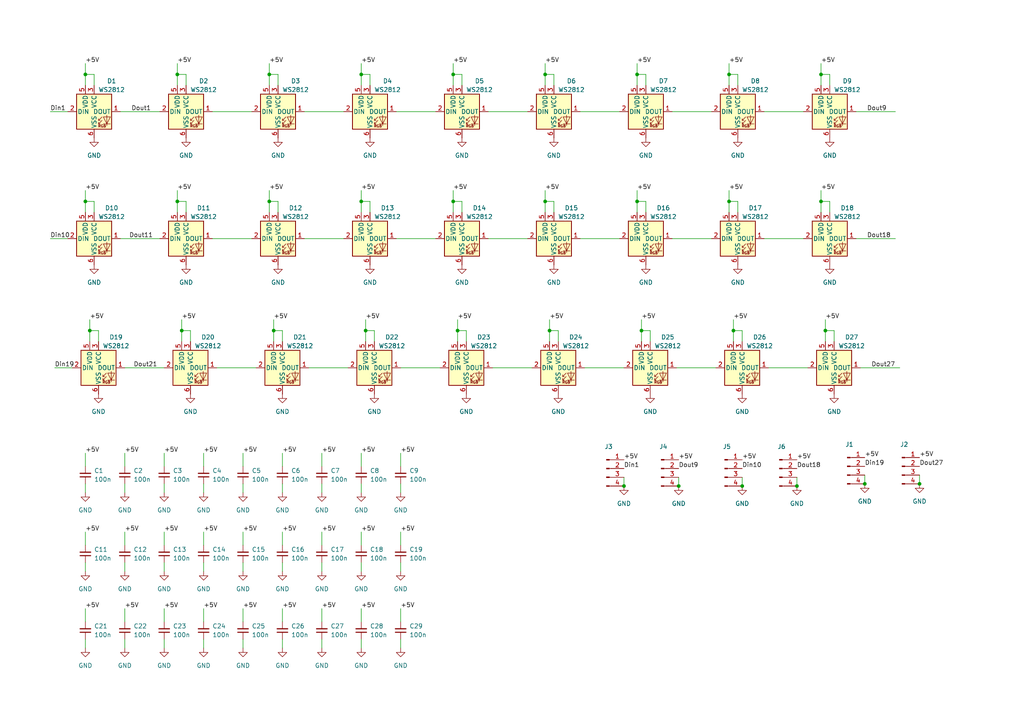
<source format=kicad_sch>
(kicad_sch (version 20230121) (generator eeschema)
  (paper "A4")
  (lib_symbols
    (symbol "Connector:Conn_01x04_Pin" (pin_names (offset 1.016) hide)
      (property "Reference" "J" (at 0 5.08 0))
      (property "Value" "Conn_01x04_Pin" (at 0 -7.62 0))
      (symbol "Conn_01x04_Pin_1_1"
        (polyline (pts (xy 1.27 -5.08) (xy 0.8636 -5.08)) (stroke (width 0.1524)))
        (polyline (pts (xy 1.27 -2.54) (xy 0.8636 -2.54)) (stroke (width 0.1524)))
        (polyline (pts (xy 1.27 0) (xy 0.8636 0)) (stroke (width 0.1524)))
        (polyline (pts (xy 1.27 2.54) (xy 0.8636 2.54)) (stroke (width 0.1524)))
        (rectangle (start 0.8636 -4.953) (end 0 -5.207) (stroke (width 0.1524)) (fill (type outline)))
        (rectangle (start 0.8636 -2.413) (end 0 -2.667) (stroke (width 0.1524)) (fill (type outline)))
        (rectangle (start 0.8636 0.127) (end 0 -0.127) (stroke (width 0.1524)) (fill (type outline)))
        (rectangle (start 0.8636 2.667) (end 0 2.413) (stroke (width 0.1524)) (fill (type outline)))
        (pin passive line (at 5.08 2.54 180) (length 3.81) (name "Pin_1") (number "1"))
        (pin passive line (at 5.08 0 180) (length 3.81) (name "Pin_2") (number "2"))
        (pin passive line (at 5.08 -2.54 180) (length 3.81) (name "Pin_3") (number "3"))
        (pin passive line (at 5.08 -5.08 180) (length 3.81) (name "Pin_4") (number "4"))
      )
    )
    (symbol "Device:C_Small" (pin_numbers hide) (pin_names (offset 0.254) hide)
      (property "Reference" "C" (at 0.254 1.778 0))
      (property "Value" "C_Small" (at 0.254 -2.032 0))
      (symbol "C_Small_0_1"
        (polyline (pts (xy -1.524 -0.508) (xy 1.524 -0.508)) (stroke (width 0.3302)))
        (polyline (pts (xy -1.524 0.508) (xy 1.524 0.508)) (stroke (width 0.3048)))
      )
      (symbol "C_Small_1_1"
        (pin passive line (at 0 2.54 270) (length 2.032) (name "~") (number "1"))
        (pin passive line (at 0 -2.54 90) (length 2.032) (name "~") (number "2"))
      )
    )
    (symbol "LED:WS2812" (pin_names (offset 0.254))
      (property "Reference" "D" (at 5.08 5.715 0))
      (property "Value" "WS2812" (at 1.27 -5.715 0))
      (symbol "WS2812_0_0"
        (text "RGB" (at 2.286 -4.191 0) (effects (font (size 0.762 0.762))))
      )
      (symbol "WS2812_0_1"
        (polyline (pts (xy 1.27 -3.556) (xy 1.778 -3.556)))
        (polyline (pts (xy 1.27 -2.54) (xy 1.778 -2.54)))
        (polyline (pts (xy 4.699 -3.556) (xy 2.667 -3.556)))
        (polyline (pts (xy 2.286 -2.54) (xy 1.27 -3.556) (xy 1.27 -3.048)))
        (polyline (pts (xy 2.286 -1.524) (xy 1.27 -2.54) (xy 1.27 -2.032)))
        (polyline (pts (xy 3.683 -1.016) (xy 3.683 -3.556) (xy 3.683 -4.064)))
        (polyline (pts (xy 4.699 -1.524) (xy 2.667 -1.524) (xy 3.683 -3.556) (xy 4.699 -1.524)))
        (rectangle (start 5.08 5.08) (end -5.08 -5.08) (stroke (width 0.254)) (fill (type background)))
      )
      (symbol "WS2812_1_1"
        (pin output line (at 7.62 0 180) (length 2.54) (name "DOUT") (number "1"))
        (pin input line (at -7.62 0 0) (length 2.54) (name "DIN") (number "2"))
        (pin power_in line (at 0 7.62 270) (length 2.54) (name "VCC") (number "3"))
        (pin no_connect line (at 5.08 2.54 180) (length 2.54) hide (name "NC") (number "4"))
        (pin power_in line (at -2.54 7.62 270) (length 2.54) (name "VDD") (number "5"))
        (pin power_in line (at 0 -7.62 90) (length 2.54) (name "VSS") (number "6"))
      )
    )
    (symbol "power:GND" (power) (pin_names (offset 0))
      (property "Value" "GND" (at 0 -3.81 0))
      (symbol "GND_0_1"
        (polyline (pts (xy 0 0) (xy 0 -1.27) (xy 1.27 -1.27) (xy 0 -2.54) (xy -1.27 -1.27) (xy 0 -1.27)))
      )
      (symbol "GND_1_1"
        (pin power_in line (at 0 0 270) (length 0) hide (name "GND") (number "1"))
      )
    )
  )
  (junction (at 106.045 95.885))
  (junction (at 212.725 95.885))
  (junction (at 215.265 140.97))
  (junction (at 158.115 21.59))
  (junction (at 196.85 140.97))
  (junction (at 104.775 21.59))
  (junction (at 79.375 95.885))
  (junction (at 184.785 21.59))
  (junction (at 51.435 58.42))
  (junction (at 78.105 58.42))
  (junction (at 132.715 95.885))
  (junction (at 180.975 140.97))
  (junction (at 24.765 58.42))
  (junction (at 158.115 58.42))
  (junction (at 131.445 58.42))
  (junction (at 104.775 58.42))
  (junction (at 78.105 21.59))
  (junction (at 238.125 58.42))
  (junction (at 186.055 95.885))
  (junction (at 131.445 21.59))
  (junction (at 238.125 21.59))
  (junction (at 239.395 95.885))
  (junction (at 211.455 58.42))
  (junction (at 231.14 140.97))
  (junction (at 211.455 21.59))
  (junction (at 184.785 58.42))
  (junction (at 266.7 140.335))
  (junction (at 250.825 140.335))
  (junction (at 51.435 21.59))
  (junction (at 24.765 21.59))
  (junction (at 159.385 95.885))
  (junction (at 52.705 95.885))
  (junction (at 26.035 95.885))
  (wire (pts (xy 211.455 55.245) (xy 211.455 58.42)))
  (wire (pts (xy 51.435 55.245) (xy 51.435 58.42)))
  (wire (pts (xy 211.455 21.59) (xy 213.995 21.59)))
  (wire (pts (xy 79.375 95.885) (xy 81.915 95.885)))
  (wire (pts (xy 159.385 95.885) (xy 161.925 95.885)))
  (wire (pts (xy 141.605 32.385) (xy 153.035 32.385)))
  (wire (pts (xy 80.645 21.59) (xy 80.645 24.765)))
  (wire (pts (xy 52.705 92.71) (xy 52.705 95.885)))
  (wire (pts (xy 160.655 58.42) (xy 160.655 61.595)))
  (wire (pts (xy 158.115 58.42) (xy 160.655 58.42)))
  (wire (pts (xy 79.375 92.71) (xy 79.375 95.885)))
  (wire (pts (xy 159.385 95.885) (xy 159.385 99.06)))
  (wire (pts (xy 28.575 95.885) (xy 28.575 99.06)))
  (wire (pts (xy 24.765 131.445) (xy 24.765 135.255)))
  (wire (pts (xy 104.775 58.42) (xy 104.775 61.595)))
  (wire (pts (xy 51.435 21.59) (xy 53.975 21.59)))
  (wire (pts (xy 180.975 138.43) (xy 180.975 140.97)))
  (wire (pts (xy 52.705 95.885) (xy 52.705 99.06)))
  (wire (pts (xy 169.545 106.68) (xy 180.975 106.68)))
  (wire (pts (xy 81.915 176.53) (xy 81.915 180.34)))
  (wire (pts (xy 184.785 58.42) (xy 184.785 61.595)))
  (wire (pts (xy 47.625 185.42) (xy 47.625 187.96)))
  (wire (pts (xy 78.105 58.42) (xy 78.105 61.595)))
  (wire (pts (xy 51.435 58.42) (xy 51.435 61.595)))
  (wire (pts (xy 238.125 55.245) (xy 238.125 58.42)))
  (wire (pts (xy 24.765 58.42) (xy 27.305 58.42)))
  (wire (pts (xy 132.715 95.885) (xy 132.715 99.06)))
  (wire (pts (xy 104.775 185.42) (xy 104.775 187.96)))
  (wire (pts (xy 24.765 185.42) (xy 24.765 187.96)))
  (wire (pts (xy 47.625 176.53) (xy 47.625 180.34)))
  (wire (pts (xy 70.485 140.335) (xy 70.485 142.875)))
  (wire (pts (xy 88.265 69.215) (xy 99.695 69.215)))
  (wire (pts (xy 158.115 21.59) (xy 160.655 21.59)))
  (wire (pts (xy 213.995 58.42) (xy 213.995 61.595)))
  (wire (pts (xy 184.785 18.415) (xy 184.785 21.59)))
  (wire (pts (xy 104.775 131.445) (xy 104.775 135.255)))
  (wire (pts (xy 239.395 95.885) (xy 239.395 99.06)))
  (wire (pts (xy 24.765 18.415) (xy 24.765 21.59)))
  (wire (pts (xy 14.605 69.215) (xy 19.685 69.215)))
  (wire (pts (xy 211.455 58.42) (xy 213.995 58.42)))
  (wire (pts (xy 80.645 58.42) (xy 80.645 61.595)))
  (wire (pts (xy 93.345 140.335) (xy 93.345 142.875)))
  (wire (pts (xy 158.115 58.42) (xy 158.115 61.595)))
  (wire (pts (xy 116.205 154.305) (xy 116.205 158.115)))
  (wire (pts (xy 36.195 154.305) (xy 36.195 158.115)))
  (wire (pts (xy 59.055 185.42) (xy 59.055 187.96)))
  (wire (pts (xy 116.205 176.53) (xy 116.205 180.34)))
  (wire (pts (xy 78.105 55.245) (xy 78.105 58.42)))
  (wire (pts (xy 184.785 58.42) (xy 187.325 58.42)))
  (wire (pts (xy 24.765 21.59) (xy 27.305 21.59)))
  (wire (pts (xy 186.055 95.885) (xy 186.055 99.06)))
  (wire (pts (xy 211.455 58.42) (xy 211.455 61.595)))
  (wire (pts (xy 241.935 95.885) (xy 241.935 99.06)))
  (wire (pts (xy 59.055 154.305) (xy 59.055 158.115)))
  (wire (pts (xy 93.345 163.195) (xy 93.345 165.735)))
  (wire (pts (xy 135.255 95.885) (xy 135.255 99.06)))
  (wire (pts (xy 26.035 95.885) (xy 28.575 95.885)))
  (wire (pts (xy 215.265 95.885) (xy 215.265 99.06)))
  (wire (pts (xy 186.055 95.885) (xy 188.595 95.885)))
  (wire (pts (xy 104.775 21.59) (xy 104.775 24.765)))
  (wire (pts (xy 184.785 21.59) (xy 184.785 24.765)))
  (wire (pts (xy 266.7 137.795) (xy 266.7 140.335)))
  (wire (pts (xy 211.455 18.415) (xy 211.455 21.59)))
  (wire (pts (xy 24.765 163.195) (xy 24.765 165.735)))
  (wire (pts (xy 53.975 58.42) (xy 53.975 61.595)))
  (wire (pts (xy 249.555 106.68) (xy 260.985 106.68)))
  (wire (pts (xy 34.925 69.215) (xy 46.355 69.215)))
  (wire (pts (xy 61.595 69.215) (xy 73.025 69.215)))
  (wire (pts (xy 186.055 92.71) (xy 186.055 95.885)))
  (wire (pts (xy 212.725 95.885) (xy 215.265 95.885)))
  (wire (pts (xy 158.115 18.415) (xy 158.115 21.59)))
  (wire (pts (xy 24.765 55.245) (xy 24.765 58.42)))
  (wire (pts (xy 168.275 32.385) (xy 179.705 32.385)))
  (wire (pts (xy 47.625 131.445) (xy 47.625 135.255)))
  (wire (pts (xy 133.985 21.59) (xy 133.985 24.765)))
  (wire (pts (xy 104.775 163.195) (xy 104.775 165.735)))
  (wire (pts (xy 161.925 95.885) (xy 161.925 99.06)))
  (wire (pts (xy 52.705 95.885) (xy 55.245 95.885)))
  (wire (pts (xy 59.055 140.335) (xy 59.055 142.875)))
  (wire (pts (xy 93.345 154.305) (xy 93.345 158.115)))
  (wire (pts (xy 27.305 58.42) (xy 27.305 61.595)))
  (wire (pts (xy 240.665 58.42) (xy 240.665 61.595)))
  (wire (pts (xy 196.215 106.68) (xy 207.645 106.68)))
  (wire (pts (xy 221.615 32.385) (xy 233.045 32.385)))
  (wire (pts (xy 51.435 58.42) (xy 53.975 58.42)))
  (wire (pts (xy 24.765 176.53) (xy 24.765 180.34)))
  (wire (pts (xy 70.485 185.42) (xy 70.485 187.96)))
  (wire (pts (xy 250.825 137.795) (xy 250.825 140.335)))
  (wire (pts (xy 34.925 32.385) (xy 46.355 32.385)))
  (wire (pts (xy 24.765 21.59) (xy 24.765 24.765)))
  (wire (pts (xy 59.055 163.195) (xy 59.055 165.735)))
  (wire (pts (xy 24.765 154.305) (xy 24.765 158.115)))
  (wire (pts (xy 70.485 131.445) (xy 70.485 135.255)))
  (wire (pts (xy 238.125 18.415) (xy 238.125 21.59)))
  (wire (pts (xy 116.205 131.445) (xy 116.205 135.255)))
  (wire (pts (xy 104.775 58.42) (xy 107.315 58.42)))
  (wire (pts (xy 184.785 21.59) (xy 187.325 21.59)))
  (wire (pts (xy 131.445 18.415) (xy 131.445 21.59)))
  (wire (pts (xy 196.85 138.43) (xy 196.85 140.97)))
  (wire (pts (xy 26.035 95.885) (xy 26.035 99.06)))
  (wire (pts (xy 133.985 58.42) (xy 133.985 61.595)))
  (wire (pts (xy 78.105 58.42) (xy 80.645 58.42)))
  (wire (pts (xy 108.585 95.885) (xy 108.585 99.06)))
  (wire (pts (xy 158.115 55.245) (xy 158.115 58.42)))
  (wire (pts (xy 106.045 92.71) (xy 106.045 95.885)))
  (wire (pts (xy 142.875 106.68) (xy 154.305 106.68)))
  (wire (pts (xy 104.775 18.415) (xy 104.775 21.59)))
  (wire (pts (xy 24.765 58.42) (xy 24.765 61.595)))
  (wire (pts (xy 248.285 32.385) (xy 259.715 32.385)))
  (wire (pts (xy 211.455 21.59) (xy 211.455 24.765)))
  (wire (pts (xy 238.125 21.59) (xy 238.125 24.765)))
  (wire (pts (xy 104.775 176.53) (xy 104.775 180.34)))
  (wire (pts (xy 36.195 163.195) (xy 36.195 165.735)))
  (wire (pts (xy 81.915 163.195) (xy 81.915 165.735)))
  (wire (pts (xy 78.105 21.59) (xy 80.645 21.59)))
  (wire (pts (xy 131.445 21.59) (xy 133.985 21.59)))
  (wire (pts (xy 70.485 163.195) (xy 70.485 165.735)))
  (wire (pts (xy 14.605 32.385) (xy 19.685 32.385)))
  (wire (pts (xy 47.625 140.335) (xy 47.625 142.875)))
  (wire (pts (xy 59.055 176.53) (xy 59.055 180.34)))
  (wire (pts (xy 15.875 106.68) (xy 20.955 106.68)))
  (wire (pts (xy 215.265 138.43) (xy 215.265 140.97)))
  (wire (pts (xy 106.045 95.885) (xy 108.585 95.885)))
  (wire (pts (xy 81.915 95.885) (xy 81.915 99.06)))
  (wire (pts (xy 36.195 140.335) (xy 36.195 142.875)))
  (wire (pts (xy 89.535 106.68) (xy 100.965 106.68)))
  (wire (pts (xy 141.605 69.215) (xy 153.035 69.215)))
  (wire (pts (xy 59.055 131.445) (xy 59.055 135.255)))
  (wire (pts (xy 159.385 92.71) (xy 159.385 95.885)))
  (wire (pts (xy 104.775 21.59) (xy 107.315 21.59)))
  (wire (pts (xy 81.915 185.42) (xy 81.915 187.96)))
  (wire (pts (xy 240.665 21.59) (xy 240.665 24.765)))
  (wire (pts (xy 160.655 21.59) (xy 160.655 24.765)))
  (wire (pts (xy 131.445 58.42) (xy 133.985 58.42)))
  (wire (pts (xy 51.435 21.59) (xy 51.435 24.765)))
  (wire (pts (xy 36.195 185.42) (xy 36.195 187.96)))
  (wire (pts (xy 78.105 18.415) (xy 78.105 21.59)))
  (wire (pts (xy 116.205 140.335) (xy 116.205 142.875)))
  (wire (pts (xy 213.995 21.59) (xy 213.995 24.765)))
  (wire (pts (xy 104.775 55.245) (xy 104.775 58.42)))
  (wire (pts (xy 78.105 21.59) (xy 78.105 24.765)))
  (wire (pts (xy 116.205 106.68) (xy 127.635 106.68)))
  (wire (pts (xy 36.195 131.445) (xy 36.195 135.255)))
  (wire (pts (xy 238.125 58.42) (xy 238.125 61.595)))
  (wire (pts (xy 238.125 58.42) (xy 240.665 58.42)))
  (wire (pts (xy 55.245 95.885) (xy 55.245 99.06)))
  (wire (pts (xy 93.345 185.42) (xy 93.345 187.96)))
  (wire (pts (xy 93.345 131.445) (xy 93.345 135.255)))
  (wire (pts (xy 53.975 21.59) (xy 53.975 24.765)))
  (wire (pts (xy 238.125 21.59) (xy 240.665 21.59)))
  (wire (pts (xy 81.915 140.335) (xy 81.915 142.875)))
  (wire (pts (xy 231.14 138.43) (xy 231.14 140.97)))
  (wire (pts (xy 24.765 140.335) (xy 24.765 142.875)))
  (wire (pts (xy 131.445 58.42) (xy 131.445 61.595)))
  (wire (pts (xy 51.435 18.415) (xy 51.435 21.59)))
  (wire (pts (xy 187.325 21.59) (xy 187.325 24.765)))
  (wire (pts (xy 114.935 32.385) (xy 126.365 32.385)))
  (wire (pts (xy 107.315 58.42) (xy 107.315 61.595)))
  (wire (pts (xy 70.485 154.305) (xy 70.485 158.115)))
  (wire (pts (xy 104.775 154.305) (xy 104.775 158.115)))
  (wire (pts (xy 36.195 176.53) (xy 36.195 180.34)))
  (wire (pts (xy 70.485 176.53) (xy 70.485 180.34)))
  (wire (pts (xy 36.195 106.68) (xy 47.625 106.68)))
  (wire (pts (xy 61.595 32.385) (xy 73.025 32.385)))
  (wire (pts (xy 222.885 106.68) (xy 234.315 106.68)))
  (wire (pts (xy 158.115 21.59) (xy 158.115 24.765)))
  (wire (pts (xy 106.045 95.885) (xy 106.045 99.06)))
  (wire (pts (xy 26.035 92.71) (xy 26.035 95.885)))
  (wire (pts (xy 47.625 163.195) (xy 47.625 165.735)))
  (wire (pts (xy 132.715 95.885) (xy 135.255 95.885)))
  (wire (pts (xy 79.375 95.885) (xy 79.375 99.06)))
  (wire (pts (xy 27.305 21.59) (xy 27.305 24.765)))
  (wire (pts (xy 47.625 154.305) (xy 47.625 158.115)))
  (wire (pts (xy 131.445 21.59) (xy 131.445 24.765)))
  (wire (pts (xy 81.915 131.445) (xy 81.915 135.255)))
  (wire (pts (xy 93.345 176.53) (xy 93.345 180.34)))
  (wire (pts (xy 194.945 69.215) (xy 206.375 69.215)))
  (wire (pts (xy 114.935 69.215) (xy 126.365 69.215)))
  (wire (pts (xy 212.725 92.71) (xy 212.725 95.885)))
  (wire (pts (xy 221.615 69.215) (xy 233.045 69.215)))
  (wire (pts (xy 116.205 185.42) (xy 116.205 187.96)))
  (wire (pts (xy 194.945 32.385) (xy 206.375 32.385)))
  (wire (pts (xy 132.715 92.71) (xy 132.715 95.885)))
  (wire (pts (xy 239.395 92.71) (xy 239.395 95.885)))
  (wire (pts (xy 187.325 58.42) (xy 187.325 61.595)))
  (wire (pts (xy 107.315 21.59) (xy 107.315 24.765)))
  (wire (pts (xy 184.785 55.245) (xy 184.785 58.42)))
  (wire (pts (xy 62.865 106.68) (xy 74.295 106.68)))
  (wire (pts (xy 88.265 32.385) (xy 99.695 32.385)))
  (wire (pts (xy 131.445 55.245) (xy 131.445 58.42)))
  (wire (pts (xy 248.285 69.215) (xy 259.715 69.215)))
  (wire (pts (xy 116.205 163.195) (xy 116.205 165.735)))
  (wire (pts (xy 81.915 154.305) (xy 81.915 158.115)))
  (wire (pts (xy 239.395 95.885) (xy 241.935 95.885)))
  (wire (pts (xy 212.725 95.885) (xy 212.725 99.06)))
  (wire (pts (xy 104.775 140.335) (xy 104.775 142.875)))
  (wire (pts (xy 188.595 95.885) (xy 188.595 99.06)))
  (wire (pts (xy 168.275 69.215) (xy 179.705 69.215)))
  (label "Din19" (at 15.875 106.68 0))
  (label "+5V" (at 158.115 18.415 0))
  (label "+5V" (at 158.115 55.245 0))
  (label "+5V" (at 59.055 154.305 0))
  (label "+5V" (at 211.455 18.415 0))
  (label "+5V" (at 231.14 133.35 0))
  (label "+5V" (at 239.395 92.71 0))
  (label "+5V" (at 184.785 18.415 0))
  (label "+5V" (at 93.345 131.445 0))
  (label "+5V" (at 51.435 18.415 0))
  (label "+5V" (at 52.705 92.71 0))
  (label "+5V" (at 93.345 154.305 0))
  (label "+5V" (at 36.195 131.445 0))
  (label "+5V" (at 196.85 133.35 0))
  (label "+5V" (at 79.375 92.71 0))
  (label "+5V" (at 24.765 131.445 0))
  (label "Dout27" (at 252.73 106.68 0))
  (label "+5V" (at 159.385 92.71 0))
  (label "+5V" (at 238.125 55.245 0))
  (label "+5V" (at 81.915 131.445 0))
  (label "+5V" (at 180.975 133.35 0))
  (label "Dout9" (at 196.85 135.89 0))
  (label "+5V" (at 70.485 154.305 0))
  (label "+5V" (at 93.345 176.53 0))
  (label "+5V" (at 47.625 154.305 0))
  (label "+5V" (at 78.105 55.245 0))
  (label "+5V" (at 47.625 131.445 0))
  (label "+5V" (at 104.775 131.445 0))
  (label "+5V" (at 51.435 55.245 0))
  (label "+5V" (at 116.205 154.305 0))
  (label "Dout11" (at 37.465 69.215 0))
  (label "+5V" (at 104.775 176.53 0))
  (label "+5V" (at 59.055 131.445 0))
  (label "Din1" (at 14.605 32.385 0))
  (label "+5V" (at 24.765 55.245 0))
  (label "+5V" (at 104.775 154.305 0))
  (label "+5V" (at 132.715 92.71 0))
  (label "+5V" (at 266.7 132.715 0))
  (label "+5V" (at 47.625 176.53 0))
  (label "+5V" (at 116.205 131.445 0))
  (label "Dout9" (at 251.46 32.385 0))
  (label "+5V" (at 26.035 92.71 0))
  (label "+5V" (at 59.055 176.53 0))
  (label "+5V" (at 81.915 176.53 0))
  (label "+5V" (at 78.105 18.415 0))
  (label "+5V" (at 106.045 92.71 0))
  (label "+5V" (at 186.055 92.71 0))
  (label "+5V" (at 116.205 176.53 0))
  (label "+5V" (at 131.445 55.245 0))
  (label "+5V" (at 70.485 131.445 0))
  (label "Dout21" (at 38.735 106.68 0))
  (label "+5V" (at 81.915 154.305 0))
  (label "+5V" (at 212.725 92.71 0))
  (label "+5V" (at 104.775 55.245 0))
  (label "Din1" (at 180.975 135.89 0))
  (label "+5V" (at 24.765 176.53 0))
  (label "Dout18" (at 251.46 69.215 0))
  (label "+5V" (at 24.765 154.305 0))
  (label "+5V" (at 250.825 132.715 0))
  (label "+5V" (at 24.765 18.415 0))
  (label "+5V" (at 36.195 154.305 0))
  (label "+5V" (at 184.785 55.245 0))
  (label "Din10" (at 215.265 135.89 0))
  (label "+5V" (at 70.485 176.53 0))
  (label "+5V" (at 36.195 176.53 0))
  (label "Dout1" (at 38.1 32.385 0))
  (label "+5V" (at 131.445 18.415 0))
  (label "Din10" (at 14.605 69.215 0))
  (label "Din19" (at 250.825 135.255 0))
  (label "+5V" (at 238.125 18.415 0))
  (label "Dout18" (at 231.14 135.89 0))
  (label "+5V" (at 211.455 55.245 0))
  (label "+5V" (at 104.775 18.415 0))
  (label "Dout27" (at 266.7 135.255 0))
  (label "+5V" (at 215.265 133.35 0))
  (symbol (lib_id "power:GND") (at 213.995 76.835 0) (unit 1)
    (property "Reference" "#PWR017" (effects hide))
    (property "Value" "GND" (at 213.995 81.915 0))
  )
  (symbol (lib_id "LED:WS2812") (at 108.585 106.68 0) (unit 1)
    (property "Reference" "D22" (at 113.665 97.79 0))
    (property "Value" "WS2812" (at 113.665 100.33 0))
    (property "Footprint" "LED_SMD:LED_WS2812_PLCC6_5.0x5.0mm_P1.6mm" (effects hide))
    (property "Datasheet" "https://cdn-shop.adafruit.com/datasheets/WS2812.pdf" (effects hide))
    (property "LCSC" "C2843785" (effects hide))
  )
  (symbol (lib_id "power:GND") (at 93.345 187.96 0) (unit 1)
    (property "Reference" "#PWR060" (effects hide))
    (property "Value" "GND" (at 93.345 193.04 0))
  )
  (symbol (lib_id "power:GND") (at 59.055 187.96 0) (unit 1)
    (property "Reference" "#PWR057" (effects hide))
    (property "Value" "GND" (at 59.055 193.04 0))
  )
  (symbol (lib_id "power:GND") (at 135.255 114.3 0) (unit 1)
    (property "Reference" "#PWR023" (effects hide))
    (property "Value" "GND" (at 135.255 119.38 0))
  )
  (symbol (lib_id "LED:WS2812") (at 188.595 106.68 0) (unit 1)
    (property "Reference" "D25" (at 193.675 97.79 0))
    (property "Value" "WS2812" (at 193.675 100.33 0))
    (property "Footprint" "LED_SMD:LED_WS2812_PLCC6_5.0x5.0mm_P1.6mm" (effects hide))
    (property "Datasheet" "https://cdn-shop.adafruit.com/datasheets/WS2812.pdf" (effects hide))
    (property "LCSC" "C2843785" (effects hide))
  )
  (symbol (lib_id "Device:C_Small") (at 59.055 182.88 180) (unit 1)
    (property "Reference" "C24" (at 61.595 181.6035 0) (effects (justify right)))
    (property "Value" "100n" (at 61.595 184.1435 0) (effects (justify right)))
    (property "Footprint" "Capacitor_SMD:C_0603_1608Metric" (effects hide))
    (property "Datasheet" "https://datasheet.lcsc.com/lcsc/1809301912_YAGEO-CC0603KRX7R9BB104_C14663.pdf" (effects hide))
    (property "Price" "0.0020" (effects hide))
    (property "LCSC" "C49678" (effects hide))
    (property "Extended" "0" (effects hide))
    (property "Populate" "Yes" (effects hide))
  )
  (symbol (lib_id "LED:WS2812") (at 53.975 69.215 0) (unit 1)
    (property "Reference" "D11" (at 59.055 60.325 0))
    (property "Value" "WS2812" (at 59.055 62.865 0))
    (property "Footprint" "LED_SMD:LED_WS2812_PLCC6_5.0x5.0mm_P1.6mm" (effects hide))
    (property "Datasheet" "https://cdn-shop.adafruit.com/datasheets/WS2812.pdf" (effects hide))
    (property "LCSC" "C2843785" (effects hide))
  )
  (symbol (lib_id "Device:C_Small") (at 70.485 182.88 180) (unit 1)
    (property "Reference" "C25" (at 73.025 181.6035 0) (effects (justify right)))
    (property "Value" "100n" (at 73.025 184.1435 0) (effects (justify right)))
    (property "Footprint" "Capacitor_SMD:C_0603_1608Metric" (effects hide))
    (property "Datasheet" "https://datasheet.lcsc.com/lcsc/1809301912_YAGEO-CC0603KRX7R9BB104_C14663.pdf" (effects hide))
    (property "Price" "0.0020" (effects hide))
    (property "LCSC" "C49678" (effects hide))
    (property "Extended" "0" (effects hide))
    (property "Populate" "Yes" (effects hide))
  )
  (symbol (lib_id "Device:C_Small") (at 116.205 160.655 180) (unit 1)
    (property "Reference" "C19" (at 118.745 159.3785 0) (effects (justify right)))
    (property "Value" "100n" (at 118.745 161.9185 0) (effects (justify right)))
    (property "Footprint" "Capacitor_SMD:C_0603_1608Metric" (effects hide))
    (property "Datasheet" "https://datasheet.lcsc.com/lcsc/1809301912_YAGEO-CC0603KRX7R9BB104_C14663.pdf" (effects hide))
    (property "Price" "0.0020" (effects hide))
    (property "LCSC" "C49678" (effects hide))
    (property "Extended" "0" (effects hide))
    (property "Populate" "Yes" (effects hide))
  )
  (symbol (lib_id "LED:WS2812") (at 55.245 106.68 0) (unit 1)
    (property "Reference" "D20" (at 60.325 97.79 0))
    (property "Value" "WS2812" (at 60.325 100.33 0))
    (property "Footprint" "LED_SMD:LED_WS2812_PLCC6_5.0x5.0mm_P1.6mm" (effects hide))
    (property "Datasheet" "https://cdn-shop.adafruit.com/datasheets/WS2812.pdf" (effects hide))
    (property "LCSC" "C2843785" (effects hide))
  )
  (symbol (lib_id "Device:C_Small") (at 24.765 160.655 180) (unit 1)
    (property "Reference" "C11" (at 27.305 159.3785 0) (effects (justify right)))
    (property "Value" "100n" (at 27.305 161.9185 0) (effects (justify right)))
    (property "Footprint" "Capacitor_SMD:C_0603_1608Metric" (effects hide))
    (property "Datasheet" "https://datasheet.lcsc.com/lcsc/1809301912_YAGEO-CC0603KRX7R9BB104_C14663.pdf" (effects hide))
    (property "Price" "0.0020" (effects hide))
    (property "LCSC" "C49678" (effects hide))
    (property "Extended" "0" (effects hide))
    (property "Populate" "Yes" (effects hide))
  )
  (symbol (lib_id "power:GND") (at 53.975 40.005 0) (unit 1)
    (property "Reference" "#PWR02" (effects hide))
    (property "Value" "GND" (at 53.975 45.085 0))
  )
  (symbol (lib_id "LED:WS2812") (at 28.575 106.68 0) (unit 1)
    (property "Reference" "D19" (at 33.655 97.79 0))
    (property "Value" "WS2812" (at 33.655 100.33 0))
    (property "Footprint" "LED_SMD:LED_WS2812_PLCC6_5.0x5.0mm_P1.6mm" (effects hide))
    (property "Datasheet" "https://cdn-shop.adafruit.com/datasheets/WS2812.pdf" (effects hide))
    (property "LCSC" "C2843785" (effects hide))
  )
  (symbol (lib_id "Device:C_Small") (at 116.205 182.88 180) (unit 1)
    (property "Reference" "C29" (at 118.745 181.6035 0) (effects (justify right)))
    (property "Value" "100n" (at 118.745 184.1435 0) (effects (justify right)))
    (property "Footprint" "Capacitor_SMD:C_0603_1608Metric" (effects hide))
    (property "Datasheet" "https://datasheet.lcsc.com/lcsc/1809301912_YAGEO-CC0603KRX7R9BB104_C14663.pdf" (effects hide))
    (property "Price" "0.0020" (effects hide))
    (property "LCSC" "C49678" (effects hide))
    (property "Extended" "0" (effects hide))
    (property "Populate" "Yes" (effects hide))
  )
  (symbol (lib_id "power:GND") (at 80.645 40.005 0) (unit 1)
    (property "Reference" "#PWR03" (effects hide))
    (property "Value" "GND" (at 80.645 45.085 0))
  )
  (symbol (lib_id "power:GND") (at 104.775 165.735 0) (unit 1)
    (property "Reference" "#PWR051" (effects hide))
    (property "Value" "GND" (at 104.775 170.815 0))
  )
  (symbol (lib_id "power:GND") (at 187.325 76.835 0) (unit 1)
    (property "Reference" "#PWR016" (effects hide))
    (property "Value" "GND" (at 187.325 81.915 0))
  )
  (symbol (lib_id "power:GND") (at 81.915 165.735 0) (unit 1)
    (property "Reference" "#PWR049" (effects hide))
    (property "Value" "GND" (at 81.915 170.815 0))
  )
  (symbol (lib_id "power:GND") (at 81.915 142.875 0) (unit 1)
    (property "Reference" "#PWR039" (effects hide))
    (property "Value" "GND" (at 81.915 147.955 0))
  )
  (symbol (lib_id "power:GND") (at 188.595 114.3 0) (unit 1)
    (property "Reference" "#PWR025" (effects hide))
    (property "Value" "GND" (at 188.595 119.38 0))
  )
  (symbol (lib_id "Device:C_Small") (at 36.195 160.655 180) (unit 1)
    (property "Reference" "C12" (at 38.735 159.3785 0) (effects (justify right)))
    (property "Value" "100n" (at 38.735 161.9185 0) (effects (justify right)))
    (property "Footprint" "Capacitor_SMD:C_0603_1608Metric" (effects hide))
    (property "Datasheet" "https://datasheet.lcsc.com/lcsc/1809301912_YAGEO-CC0603KRX7R9BB104_C14663.pdf" (effects hide))
    (property "Price" "0.0020" (effects hide))
    (property "LCSC" "C49678" (effects hide))
    (property "Extended" "0" (effects hide))
    (property "Populate" "Yes" (effects hide))
  )
  (symbol (lib_id "Device:C_Small") (at 47.625 137.795 180) (unit 1)
    (property "Reference" "C3" (at 50.165 136.5185 0) (effects (justify right)))
    (property "Value" "100n" (at 50.165 139.0585 0) (effects (justify right)))
    (property "Footprint" "Capacitor_SMD:C_0603_1608Metric" (effects hide))
    (property "Datasheet" "https://datasheet.lcsc.com/lcsc/1809301912_YAGEO-CC0603KRX7R9BB104_C14663.pdf" (effects hide))
    (property "Price" "0.0020" (effects hide))
    (property "LCSC" "C49678" (effects hide))
    (property "Extended" "0" (effects hide))
    (property "Populate" "Yes" (effects hide))
  )
  (symbol (lib_id "LED:WS2812") (at 107.315 69.215 0) (unit 1)
    (property "Reference" "D13" (at 112.395 60.325 0))
    (property "Value" "WS2812" (at 112.395 62.865 0))
    (property "Footprint" "LED_SMD:LED_WS2812_PLCC6_5.0x5.0mm_P1.6mm" (effects hide))
    (property "Datasheet" "https://cdn-shop.adafruit.com/datasheets/WS2812.pdf" (effects hide))
    (property "LCSC" "C2843785" (effects hide))
  )
  (symbol (lib_id "Device:C_Small") (at 47.625 160.655 180) (unit 1)
    (property "Reference" "C13" (at 50.165 159.3785 0) (effects (justify right)))
    (property "Value" "100n" (at 50.165 161.9185 0) (effects (justify right)))
    (property "Footprint" "Capacitor_SMD:C_0603_1608Metric" (effects hide))
    (property "Datasheet" "https://datasheet.lcsc.com/lcsc/1809301912_YAGEO-CC0603KRX7R9BB104_C14663.pdf" (effects hide))
    (property "Price" "0.0020" (effects hide))
    (property "LCSC" "C49678" (effects hide))
    (property "Extended" "0" (effects hide))
    (property "Populate" "Yes" (effects hide))
  )
  (symbol (lib_id "power:GND") (at 133.985 40.005 0) (unit 1)
    (property "Reference" "#PWR05" (effects hide))
    (property "Value" "GND" (at 133.985 45.085 0))
  )
  (symbol (lib_id "Device:C_Small") (at 70.485 160.655 180) (unit 1)
    (property "Reference" "C15" (at 73.025 159.3785 0) (effects (justify right)))
    (property "Value" "100n" (at 73.025 161.9185 0) (effects (justify right)))
    (property "Footprint" "Capacitor_SMD:C_0603_1608Metric" (effects hide))
    (property "Datasheet" "https://datasheet.lcsc.com/lcsc/1809301912_YAGEO-CC0603KRX7R9BB104_C14663.pdf" (effects hide))
    (property "Price" "0.0020" (effects hide))
    (property "LCSC" "C49678" (effects hide))
    (property "Extended" "0" (effects hide))
    (property "Populate" "Yes" (effects hide))
  )
  (symbol (lib_id "Device:C_Small") (at 81.915 137.795 180) (unit 1)
    (property "Reference" "C6" (at 84.455 136.5185 0) (effects (justify right)))
    (property "Value" "100n" (at 84.455 139.0585 0) (effects (justify right)))
    (property "Footprint" "Capacitor_SMD:C_0603_1608Metric" (effects hide))
    (property "Datasheet" "https://datasheet.lcsc.com/lcsc/1809301912_YAGEO-CC0603KRX7R9BB104_C14663.pdf" (effects hide))
    (property "Price" "0.0020" (effects hide))
    (property "LCSC" "C49678" (effects hide))
    (property "Extended" "0" (effects hide))
    (property "Populate" "Yes" (effects hide))
  )
  (symbol (lib_id "power:GND") (at 187.325 40.005 0) (unit 1)
    (property "Reference" "#PWR07" (effects hide))
    (property "Value" "GND" (at 187.325 45.085 0))
  )
  (symbol (lib_id "Device:C_Small") (at 116.205 137.795 180) (unit 1)
    (property "Reference" "C9" (at 118.745 136.5185 0) (effects (justify right)))
    (property "Value" "100n" (at 118.745 139.0585 0) (effects (justify right)))
    (property "Footprint" "Capacitor_SMD:C_0603_1608Metric" (effects hide))
    (property "Datasheet" "https://datasheet.lcsc.com/lcsc/1809301912_YAGEO-CC0603KRX7R9BB104_C14663.pdf" (effects hide))
    (property "Price" "0.0020" (effects hide))
    (property "LCSC" "C49678" (effects hide))
    (property "Extended" "0" (effects hide))
    (property "Populate" "Yes" (effects hide))
  )
  (symbol (lib_id "LED:WS2812") (at 215.265 106.68 0) (unit 1)
    (property "Reference" "D26" (at 220.345 97.79 0))
    (property "Value" "WS2812" (at 220.345 100.33 0))
    (property "Footprint" "LED_SMD:LED_WS2812_PLCC6_5.0x5.0mm_P1.6mm" (effects hide))
    (property "Datasheet" "https://cdn-shop.adafruit.com/datasheets/WS2812.pdf" (effects hide))
    (property "LCSC" "C2843785" (effects hide))
  )
  (symbol (lib_id "power:GND") (at 116.205 187.96 0) (unit 1)
    (property "Reference" "#PWR062" (effects hide))
    (property "Value" "GND" (at 116.205 193.04 0))
  )
  (symbol (lib_id "power:GND") (at 213.995 40.005 0) (unit 1)
    (property "Reference" "#PWR08" (effects hide))
    (property "Value" "GND" (at 213.995 45.085 0))
  )
  (symbol (lib_id "power:GND") (at 107.315 76.835 0) (unit 1)
    (property "Reference" "#PWR013" (effects hide))
    (property "Value" "GND" (at 107.315 81.915 0))
  )
  (symbol (lib_id "power:GND") (at 196.85 140.97 0) (unit 1)
    (property "Reference" "#PWR031" (effects hide))
    (property "Value" "GND" (at 196.85 146.05 0))
  )
  (symbol (lib_id "LED:WS2812") (at 161.925 106.68 0) (unit 1)
    (property "Reference" "D24" (at 167.005 97.79 0))
    (property "Value" "WS2812" (at 167.005 100.33 0))
    (property "Footprint" "LED_SMD:LED_WS2812_PLCC6_5.0x5.0mm_P1.6mm" (effects hide))
    (property "Datasheet" "https://cdn-shop.adafruit.com/datasheets/WS2812.pdf" (effects hide))
    (property "LCSC" "C2843785" (effects hide))
  )
  (symbol (lib_id "Device:C_Small") (at 24.765 137.795 180) (unit 1)
    (property "Reference" "C1" (at 27.305 136.5185 0) (effects (justify right)))
    (property "Value" "100n" (at 27.305 139.0585 0) (effects (justify right)))
    (property "Footprint" "Capacitor_SMD:C_0603_1608Metric" (effects hide))
    (property "Datasheet" "https://datasheet.lcsc.com/lcsc/1809301912_YAGEO-CC0603KRX7R9BB104_C14663.pdf" (effects hide))
    (property "Price" "0.0020" (effects hide))
    (property "LCSC" "C49678" (effects hide))
    (property "Extended" "0" (effects hide))
    (property "Populate" "Yes" (effects hide))
  )
  (symbol (lib_id "LED:WS2812") (at 135.255 106.68 0) (unit 1)
    (property "Reference" "D23" (at 140.335 97.79 0))
    (property "Value" "WS2812" (at 140.335 100.33 0))
    (property "Footprint" "LED_SMD:LED_WS2812_PLCC6_5.0x5.0mm_P1.6mm" (effects hide))
    (property "Datasheet" "https://cdn-shop.adafruit.com/datasheets/WS2812.pdf" (effects hide))
    (property "LCSC" "C2843785" (effects hide))
  )
  (symbol (lib_id "power:GND") (at 36.195 142.875 0) (unit 1)
    (property "Reference" "#PWR035" (effects hide))
    (property "Value" "GND" (at 36.195 147.955 0))
  )
  (symbol (lib_id "power:GND") (at 104.775 187.96 0) (unit 1)
    (property "Reference" "#PWR061" (effects hide))
    (property "Value" "GND" (at 104.775 193.04 0))
  )
  (symbol (lib_id "power:GND") (at 250.825 140.335 0) (unit 1)
    (property "Reference" "#PWR028" (effects hide))
    (property "Value" "GND" (at 250.825 145.415 0))
  )
  (symbol (lib_id "power:GND") (at 70.485 165.735 0) (unit 1)
    (property "Reference" "#PWR048" (effects hide))
    (property "Value" "GND" (at 70.485 170.815 0))
  )
  (symbol (lib_id "power:GND") (at 93.345 165.735 0) (unit 1)
    (property "Reference" "#PWR050" (effects hide))
    (property "Value" "GND" (at 93.345 170.815 0))
  )
  (symbol (lib_id "Device:C_Small") (at 93.345 137.795 180) (unit 1)
    (property "Reference" "C7" (at 95.885 136.5185 0) (effects (justify right)))
    (property "Value" "100n" (at 95.885 139.0585 0) (effects (justify right)))
    (property "Footprint" "Capacitor_SMD:C_0603_1608Metric" (effects hide))
    (property "Datasheet" "https://datasheet.lcsc.com/lcsc/1809301912_YAGEO-CC0603KRX7R9BB104_C14663.pdf" (effects hide))
    (property "Price" "0.0020" (effects hide))
    (property "LCSC" "C49678" (effects hide))
    (property "Extended" "0" (effects hide))
    (property "Populate" "Yes" (effects hide))
  )
  (symbol (lib_id "Device:C_Small") (at 59.055 137.795 180) (unit 1)
    (property "Reference" "C4" (at 61.595 136.5185 0) (effects (justify right)))
    (property "Value" "100n" (at 61.595 139.0585 0) (effects (justify right)))
    (property "Footprint" "Capacitor_SMD:C_0603_1608Metric" (effects hide))
    (property "Datasheet" "https://datasheet.lcsc.com/lcsc/1809301912_YAGEO-CC0603KRX7R9BB104_C14663.pdf" (effects hide))
    (property "Price" "0.0020" (effects hide))
    (property "LCSC" "C49678" (effects hide))
    (property "Extended" "0" (effects hide))
    (property "Populate" "Yes" (effects hide))
  )
  (symbol (lib_id "power:GND") (at 241.935 114.3 0) (unit 1)
    (property "Reference" "#PWR027" (effects hide))
    (property "Value" "GND" (at 241.935 119.38 0))
  )
  (symbol (lib_id "power:GND") (at 27.305 40.005 0) (unit 1)
    (property "Reference" "#PWR01" (effects hide))
    (property "Value" "GND" (at 27.305 45.085 0))
  )
  (symbol (lib_id "power:GND") (at 47.625 165.735 0) (unit 1)
    (property "Reference" "#PWR046" (effects hide))
    (property "Value" "GND" (at 47.625 170.815 0))
  )
  (symbol (lib_id "LED:WS2812") (at 241.935 106.68 0) (unit 1)
    (property "Reference" "D27" (at 247.015 97.79 0))
    (property "Value" "WS2812" (at 247.015 100.33 0))
    (property "Footprint" "LED_SMD:LED_WS2812_PLCC6_5.0x5.0mm_P1.6mm" (effects hide))
    (property "Datasheet" "https://cdn-shop.adafruit.com/datasheets/WS2812.pdf" (effects hide))
    (property "LCSC" "C2843785" (effects hide))
  )
  (symbol (lib_id "Device:C_Small") (at 47.625 182.88 180) (unit 1)
    (property "Reference" "C23" (at 50.165 181.6035 0) (effects (justify right)))
    (property "Value" "100n" (at 50.165 184.1435 0) (effects (justify right)))
    (property "Footprint" "Capacitor_SMD:C_0603_1608Metric" (effects hide))
    (property "Datasheet" "https://datasheet.lcsc.com/lcsc/1809301912_YAGEO-CC0603KRX7R9BB104_C14663.pdf" (effects hide))
    (property "Price" "0.0020" (effects hide))
    (property "LCSC" "C49678" (effects hide))
    (property "Extended" "0" (effects hide))
    (property "Populate" "Yes" (effects hide))
  )
  (symbol (lib_id "power:GND") (at 240.665 76.835 0) (unit 1)
    (property "Reference" "#PWR018" (effects hide))
    (property "Value" "GND" (at 240.665 81.915 0))
  )
  (symbol (lib_id "power:GND") (at 215.265 140.97 0) (unit 1)
    (property "Reference" "#PWR032" (effects hide))
    (property "Value" "GND" (at 215.265 146.05 0))
  )
  (symbol (lib_id "power:GND") (at 70.485 187.96 0) (unit 1)
    (property "Reference" "#PWR058" (effects hide))
    (property "Value" "GND" (at 70.485 193.04 0))
  )
  (symbol (lib_id "power:GND") (at 24.765 142.875 0) (unit 1)
    (property "Reference" "#PWR034" (effects hide))
    (property "Value" "GND" (at 24.765 147.955 0))
  )
  (symbol (lib_id "Device:C_Small") (at 70.485 137.795 180) (unit 1)
    (property "Reference" "C5" (at 73.025 136.5185 0) (effects (justify right)))
    (property "Value" "100n" (at 73.025 139.0585 0) (effects (justify right)))
    (property "Footprint" "Capacitor_SMD:C_0603_1608Metric" (effects hide))
    (property "Datasheet" "https://datasheet.lcsc.com/lcsc/1809301912_YAGEO-CC0603KRX7R9BB104_C14663.pdf" (effects hide))
    (property "Price" "0.0020" (effects hide))
    (property "LCSC" "C49678" (effects hide))
    (property "Extended" "0" (effects hide))
    (property "Populate" "Yes" (effects hide))
  )
  (symbol (lib_id "power:GND") (at 81.915 114.3 0) (unit 1)
    (property "Reference" "#PWR021" (effects hide))
    (property "Value" "GND" (at 81.915 119.38 0))
  )
  (symbol (lib_id "Device:C_Small") (at 24.765 182.88 180) (unit 1)
    (property "Reference" "C21" (at 27.305 181.6035 0) (effects (justify right)))
    (property "Value" "100n" (at 27.305 184.1435 0) (effects (justify right)))
    (property "Footprint" "Capacitor_SMD:C_0603_1608Metric" (effects hide))
    (property "Datasheet" "https://datasheet.lcsc.com/lcsc/1809301912_YAGEO-CC0603KRX7R9BB104_C14663.pdf" (effects hide))
    (property "Price" "0.0020" (effects hide))
    (property "LCSC" "C49678" (effects hide))
    (property "Extended" "0" (effects hide))
    (property "Populate" "Yes" (effects hide))
  )
  (symbol (lib_id "LED:WS2812") (at 213.995 69.215 0) (unit 1)
    (property "Reference" "D17" (at 219.075 60.325 0))
    (property "Value" "WS2812" (at 219.075 62.865 0))
    (property "Footprint" "LED_SMD:LED_WS2812_PLCC6_5.0x5.0mm_P1.6mm" (effects hide))
    (property "Datasheet" "https://cdn-shop.adafruit.com/datasheets/WS2812.pdf" (effects hide))
    (property "LCSC" "C2843785" (effects hide))
  )
  (symbol (lib_id "power:GND") (at 70.485 142.875 0) (unit 1)
    (property "Reference" "#PWR038" (effects hide))
    (property "Value" "GND" (at 70.485 147.955 0))
  )
  (symbol (lib_id "power:GND") (at 161.925 114.3 0) (unit 1)
    (property "Reference" "#PWR024" (effects hide))
    (property "Value" "GND" (at 161.925 119.38 0))
  )
  (symbol (lib_id "power:GND") (at 215.265 114.3 0) (unit 1)
    (property "Reference" "#PWR026" (effects hide))
    (property "Value" "GND" (at 215.265 119.38 0))
  )
  (symbol (lib_id "LED:WS2812") (at 107.315 32.385 0) (unit 1)
    (property "Reference" "D4" (at 112.395 23.495 0))
    (property "Value" "WS2812" (at 112.395 26.035 0))
    (property "Footprint" "LED_SMD:LED_WS2812_PLCC6_5.0x5.0mm_P1.6mm" (effects hide))
    (property "Datasheet" "https://cdn-shop.adafruit.com/datasheets/WS2812.pdf" (effects hide))
    (property "LCSC" "C2843785" (effects hide))
  )
  (symbol (lib_id "power:GND") (at 59.055 165.735 0) (unit 1)
    (property "Reference" "#PWR047" (effects hide))
    (property "Value" "GND" (at 59.055 170.815 0))
  )
  (symbol (lib_id "power:GND") (at 116.205 142.875 0) (unit 1)
    (property "Reference" "#PWR042" (effects hide))
    (property "Value" "GND" (at 116.205 147.955 0))
  )
  (symbol (lib_id "LED:WS2812") (at 160.655 32.385 0) (unit 1)
    (property "Reference" "D6" (at 165.735 23.495 0))
    (property "Value" "WS2812" (at 165.735 26.035 0))
    (property "Footprint" "LED_SMD:LED_WS2812_PLCC6_5.0x5.0mm_P1.6mm" (effects hide))
    (property "Datasheet" "https://cdn-shop.adafruit.com/datasheets/WS2812.pdf" (effects hide))
    (property "LCSC" "C2843785" (effects hide))
  )
  (symbol (lib_id "power:GND") (at 47.625 187.96 0) (unit 1)
    (property "Reference" "#PWR056" (effects hide))
    (property "Value" "GND" (at 47.625 193.04 0))
  )
  (symbol (lib_id "power:GND") (at 59.055 142.875 0) (unit 1)
    (property "Reference" "#PWR037" (effects hide))
    (property "Value" "GND" (at 59.055 147.955 0))
  )
  (symbol (lib_id "Device:C_Small") (at 104.775 182.88 180) (unit 1)
    (property "Reference" "C28" (at 107.315 181.6035 0) (effects (justify right)))
    (property "Value" "100n" (at 107.315 184.1435 0) (effects (justify right)))
    (property "Footprint" "Capacitor_SMD:C_0603_1608Metric" (effects hide))
    (property "Datasheet" "https://datasheet.lcsc.com/lcsc/1809301912_YAGEO-CC0603KRX7R9BB104_C14663.pdf" (effects hide))
    (property "Price" "0.0020" (effects hide))
    (property "LCSC" "C49678" (effects hide))
    (property "Extended" "0" (effects hide))
    (property "Populate" "Yes" (effects hide))
  )
  (symbol (lib_id "Connector:Conn_01x04_Pin") (at 226.06 135.89 0) (unit 1)
    (property "Reference" "J6" (at 226.695 129.54 0))
    (property "Value" "Conn_01x04_Pin" (effects hide))
    (property "Footprint" "Connector_PinHeader_2.54mm:PinHeader_1x04_P2.54mm_Vertical" (effects hide))
  )
  (symbol (lib_id "Connector:Conn_01x04_Pin") (at 245.745 135.255 0) (unit 1)
    (property "Reference" "J1" (at 246.38 128.905 0))
    (property "Value" "Conn_01x04_Pin" (effects hide))
    (property "Footprint" "Connector_PinHeader_2.54mm:PinHeader_1x04_P2.54mm_Vertical" (effects hide))
  )
  (symbol (lib_id "LED:WS2812") (at 160.655 69.215 0) (unit 1)
    (property "Reference" "D15" (at 165.735 60.325 0))
    (property "Value" "WS2812" (at 165.735 62.865 0))
    (property "Footprint" "LED_SMD:LED_WS2812_PLCC6_5.0x5.0mm_P1.6mm" (effects hide))
    (property "Datasheet" "https://cdn-shop.adafruit.com/datasheets/WS2812.pdf" (effects hide))
    (property "LCSC" "C2843785" (effects hide))
  )
  (symbol (lib_id "LED:WS2812") (at 80.645 69.215 0) (unit 1)
    (property "Reference" "D12" (at 85.725 60.325 0))
    (property "Value" "WS2812" (at 85.725 62.865 0))
    (property "Footprint" "LED_SMD:LED_WS2812_PLCC6_5.0x5.0mm_P1.6mm" (effects hide))
    (property "Datasheet" "https://cdn-shop.adafruit.com/datasheets/WS2812.pdf" (effects hide))
    (property "LCSC" "C2843785" (effects hide))
  )
  (symbol (lib_id "LED:WS2812") (at 53.975 32.385 0) (unit 1)
    (property "Reference" "D2" (at 59.055 23.495 0))
    (property "Value" "WS2812" (at 59.055 26.035 0))
    (property "Footprint" "LED_SMD:LED_WS2812_PLCC6_5.0x5.0mm_P1.6mm" (effects hide))
    (property "Datasheet" "https://cdn-shop.adafruit.com/datasheets/WS2812.pdf" (effects hide))
    (property "LCSC" "C2843785" (effects hide))
  )
  (symbol (lib_id "power:GND") (at 108.585 114.3 0) (unit 1)
    (property "Reference" "#PWR022" (effects hide))
    (property "Value" "GND" (at 108.585 119.38 0))
  )
  (symbol (lib_id "Connector:Conn_01x04_Pin") (at 210.185 135.89 0) (unit 1)
    (property "Reference" "J5" (at 210.82 129.54 0))
    (property "Value" "Conn_01x04_Pin" (effects hide))
    (property "Footprint" "Connector_PinHeader_2.54mm:PinHeader_1x04_P2.54mm_Vertical" (effects hide))
  )
  (symbol (lib_id "power:GND") (at 53.975 76.835 0) (unit 1)
    (property "Reference" "#PWR011" (effects hide))
    (property "Value" "GND" (at 53.975 81.915 0))
  )
  (symbol (lib_id "power:GND") (at 24.765 187.96 0) (unit 1)
    (property "Reference" "#PWR054" (effects hide))
    (property "Value" "GND" (at 24.765 193.04 0))
  )
  (symbol (lib_id "Device:C_Small") (at 59.055 160.655 180) (unit 1)
    (property "Reference" "C14" (at 61.595 159.3785 0) (effects (justify right)))
    (property "Value" "100n" (at 61.595 161.9185 0) (effects (justify right)))
    (property "Footprint" "Capacitor_SMD:C_0603_1608Metric" (effects hide))
    (property "Datasheet" "https://datasheet.lcsc.com/lcsc/1809301912_YAGEO-CC0603KRX7R9BB104_C14663.pdf" (effects hide))
    (property "Price" "0.0020" (effects hide))
    (property "LCSC" "C49678" (effects hide))
    (property "Extended" "0" (effects hide))
    (property "Populate" "Yes" (effects hide))
  )
  (symbol (lib_id "LED:WS2812") (at 81.915 106.68 0) (unit 1)
    (property "Reference" "D21" (at 86.995 97.79 0))
    (property "Value" "WS2812" (at 86.995 100.33 0))
    (property "Footprint" "LED_SMD:LED_WS2812_PLCC6_5.0x5.0mm_P1.6mm" (effects hide))
    (property "Datasheet" "https://cdn-shop.adafruit.com/datasheets/WS2812.pdf" (effects hide))
    (property "LCSC" "C2843785" (effects hide))
  )
  (symbol (lib_id "Device:C_Small") (at 104.775 137.795 180) (unit 1)
    (property "Reference" "C8" (at 107.315 136.5185 0) (effects (justify right)))
    (property "Value" "100n" (at 107.315 139.0585 0) (effects (justify right)))
    (property "Footprint" "Capacitor_SMD:C_0603_1608Metric" (effects hide))
    (property "Datasheet" "https://datasheet.lcsc.com/lcsc/1809301912_YAGEO-CC0603KRX7R9BB104_C14663.pdf" (effects hide))
    (property "Price" "0.0020" (effects hide))
    (property "LCSC" "C49678" (effects hide))
    (property "Extended" "0" (effects hide))
    (property "Populate" "Yes" (effects hide))
  )
  (symbol (lib_id "power:GND") (at 93.345 142.875 0) (unit 1)
    (property "Reference" "#PWR040" (effects hide))
    (property "Value" "GND" (at 93.345 147.955 0))
  )
  (symbol (lib_id "Device:C_Small") (at 93.345 182.88 180) (unit 1)
    (property "Reference" "C27" (at 95.885 181.6035 0) (effects (justify right)))
    (property "Value" "100n" (at 95.885 184.1435 0) (effects (justify right)))
    (property "Footprint" "Capacitor_SMD:C_0603_1608Metric" (effects hide))
    (property "Datasheet" "https://datasheet.lcsc.com/lcsc/1809301912_YAGEO-CC0603KRX7R9BB104_C14663.pdf" (effects hide))
    (property "Price" "0.0020" (effects hide))
    (property "LCSC" "C49678" (effects hide))
    (property "Extended" "0" (effects hide))
    (property "Populate" "Yes" (effects hide))
  )
  (symbol (lib_id "LED:WS2812") (at 213.995 32.385 0) (unit 1)
    (property "Reference" "D8" (at 219.075 23.495 0))
    (property "Value" "WS2812" (at 219.075 26.035 0))
    (property "Footprint" "LED_SMD:LED_WS2812_PLCC6_5.0x5.0mm_P1.6mm" (effects hide))
    (property "Datasheet" "https://cdn-shop.adafruit.com/datasheets/WS2812.pdf" (effects hide))
    (property "LCSC" "C2843785" (effects hide))
  )
  (symbol (lib_id "LED:WS2812") (at 187.325 69.215 0) (unit 1)
    (property "Reference" "D16" (at 192.405 60.325 0))
    (property "Value" "WS2812" (at 192.405 62.865 0))
    (property "Footprint" "LED_SMD:LED_WS2812_PLCC6_5.0x5.0mm_P1.6mm" (effects hide))
    (property "Datasheet" "https://cdn-shop.adafruit.com/datasheets/WS2812.pdf" (effects hide))
    (property "LCSC" "C2843785" (effects hide))
  )
  (symbol (lib_id "LED:WS2812") (at 133.985 69.215 0) (unit 1)
    (property "Reference" "D14" (at 139.065 60.325 0))
    (property "Value" "WS2812" (at 139.065 62.865 0))
    (property "Footprint" "LED_SMD:LED_WS2812_PLCC6_5.0x5.0mm_P1.6mm" (effects hide))
    (property "Datasheet" "https://cdn-shop.adafruit.com/datasheets/WS2812.pdf" (effects hide))
    (property "LCSC" "C2843785" (effects hide))
  )
  (symbol (lib_id "power:GND") (at 104.775 142.875 0) (unit 1)
    (property "Reference" "#PWR041" (effects hide))
    (property "Value" "GND" (at 104.775 147.955 0))
  )
  (symbol (lib_id "LED:WS2812") (at 80.645 32.385 0) (unit 1)
    (property "Reference" "D3" (at 85.725 23.495 0))
    (property "Value" "WS2812" (at 85.725 26.035 0))
    (property "Footprint" "LED_SMD:LED_WS2812_PLCC6_5.0x5.0mm_P1.6mm" (effects hide))
    (property "Datasheet" "https://cdn-shop.adafruit.com/datasheets/WS2812.pdf" (effects hide))
    (property "LCSC" "C2843785" (effects hide))
  )
  (symbol (lib_id "power:GND") (at 36.195 187.96 0) (unit 1)
    (property "Reference" "#PWR055" (effects hide))
    (property "Value" "GND" (at 36.195 193.04 0))
  )
  (symbol (lib_id "Connector:Conn_01x04_Pin") (at 261.62 135.255 0) (unit 1)
    (property "Reference" "J2" (at 262.255 128.905 0))
    (property "Value" "Conn_01x04_Pin" (effects hide))
    (property "Footprint" "Connector_PinHeader_2.54mm:PinHeader_1x04_P2.54mm_Vertical" (effects hide))
  )
  (symbol (lib_id "power:GND") (at 107.315 40.005 0) (unit 1)
    (property "Reference" "#PWR04" (effects hide))
    (property "Value" "GND" (at 107.315 45.085 0))
  )
  (symbol (lib_id "power:GND") (at 116.205 165.735 0) (unit 1)
    (property "Reference" "#PWR052" (effects hide))
    (property "Value" "GND" (at 116.205 170.815 0))
  )
  (symbol (lib_id "power:GND") (at 55.245 114.3 0) (unit 1)
    (property "Reference" "#PWR020" (effects hide))
    (property "Value" "GND" (at 55.245 119.38 0))
  )
  (symbol (lib_id "power:GND") (at 47.625 142.875 0) (unit 1)
    (property "Reference" "#PWR036" (effects hide))
    (property "Value" "GND" (at 47.625 147.955 0))
  )
  (symbol (lib_id "power:GND") (at 231.14 140.97 0) (unit 1)
    (property "Reference" "#PWR033" (effects hide))
    (property "Value" "GND" (at 231.14 146.05 0))
  )
  (symbol (lib_id "power:GND") (at 24.765 165.735 0) (unit 1)
    (property "Reference" "#PWR044" (effects hide))
    (property "Value" "GND" (at 24.765 170.815 0))
  )
  (symbol (lib_id "Connector:Conn_01x04_Pin") (at 175.895 135.89 0) (unit 1)
    (property "Reference" "J3" (at 176.53 129.54 0))
    (property "Value" "Conn_01x04_Pin" (effects hide))
    (property "Footprint" "Connector_PinHeader_2.54mm:PinHeader_1x04_P2.54mm_Vertical" (effects hide))
  )
  (symbol (lib_id "power:GND") (at 28.575 114.3 0) (unit 1)
    (property "Reference" "#PWR019" (effects hide))
    (property "Value" "GND" (at 28.575 119.38 0))
  )
  (symbol (lib_id "LED:WS2812") (at 240.665 32.385 0) (unit 1)
    (property "Reference" "D9" (at 245.745 23.495 0))
    (property "Value" "WS2812" (at 245.745 26.035 0))
    (property "Footprint" "LED_SMD:LED_WS2812_PLCC6_5.0x5.0mm_P1.6mm" (effects hide))
    (property "Datasheet" "https://cdn-shop.adafruit.com/datasheets/WS2812.pdf" (effects hide))
    (property "LCSC" "C2843785" (effects hide))
  )
  (symbol (lib_id "LED:WS2812") (at 27.305 32.385 0) (unit 1)
    (property "Reference" "D1" (at 32.385 23.495 0))
    (property "Value" "WS2812" (at 32.385 26.035 0))
    (property "Footprint" "LED_SMD:LED_WS2812_PLCC6_5.0x5.0mm_P1.6mm" (effects hide))
    (property "Datasheet" "https://cdn-shop.adafruit.com/datasheets/WS2812.pdf" (effects hide))
    (property "LCSC" "C2843785" (effects hide))
  )
  (symbol (lib_id "power:GND") (at 80.645 76.835 0) (unit 1)
    (property "Reference" "#PWR012" (effects hide))
    (property "Value" "GND" (at 80.645 81.915 0))
  )
  (symbol (lib_id "power:GND") (at 240.665 40.005 0) (unit 1)
    (property "Reference" "#PWR09" (effects hide))
    (property "Value" "GND" (at 240.665 45.085 0))
  )
  (symbol (lib_id "power:GND") (at 160.655 40.005 0) (unit 1)
    (property "Reference" "#PWR06" (effects hide))
    (property "Value" "GND" (at 160.655 45.085 0))
  )
  (symbol (lib_id "Connector:Conn_01x04_Pin") (at 191.77 135.89 0) (unit 1)
    (property "Reference" "J4" (at 192.405 129.54 0))
    (property "Value" "Conn_01x04_Pin" (effects hide))
    (property "Footprint" "Connector_PinHeader_2.54mm:PinHeader_1x04_P2.54mm_Vertical" (effects hide))
  )
  (symbol (lib_id "LED:WS2812") (at 27.305 69.215 0) (unit 1)
    (property "Reference" "D10" (at 32.385 60.325 0))
    (property "Value" "WS2812" (at 32.385 62.865 0))
    (property "Footprint" "LED_SMD:LED_WS2812_PLCC6_5.0x5.0mm_P1.6mm" (effects hide))
    (property "Datasheet" "https://cdn-shop.adafruit.com/datasheets/WS2812.pdf" (effects hide))
    (property "LCSC" "C2843785" (effects hide))
  )
  (symbol (lib_id "power:GND") (at 36.195 165.735 0) (unit 1)
    (property "Reference" "#PWR045" (effects hide))
    (property "Value" "GND" (at 36.195 170.815 0))
  )
  (symbol (lib_id "Device:C_Small") (at 93.345 160.655 180) (unit 1)
    (property "Reference" "C17" (at 95.885 159.3785 0) (effects (justify right)))
    (property "Value" "100n" (at 95.885 161.9185 0) (effects (justify right)))
    (property "Footprint" "Capacitor_SMD:C_0603_1608Metric" (effects hide))
    (property "Datasheet" "https://datasheet.lcsc.com/lcsc/1809301912_YAGEO-CC0603KRX7R9BB104_C14663.pdf" (effects hide))
    (property "Price" "0.0020" (effects hide))
    (property "LCSC" "C49678" (effects hide))
    (property "Extended" "0" (effects hide))
    (property "Populate" "Yes" (effects hide))
  )
  (symbol (lib_id "Device:C_Small") (at 81.915 160.655 180) (unit 1)
    (property "Reference" "C16" (at 84.455 159.3785 0) (effects (justify right)))
    (property "Value" "100n" (at 84.455 161.9185 0) (effects (justify right)))
    (property "Footprint" "Capacitor_SMD:C_0603_1608Metric" (effects hide))
    (property "Datasheet" "https://datasheet.lcsc.com/lcsc/1809301912_YAGEO-CC0603KRX7R9BB104_C14663.pdf" (effects hide))
    (property "Price" "0.0020" (effects hide))
    (property "LCSC" "C49678" (effects hide))
    (property "Extended" "0" (effects hide))
    (property "Populate" "Yes" (effects hide))
  )
  (symbol (lib_id "power:GND") (at 81.915 187.96 0) (unit 1)
    (property "Reference" "#PWR059" (effects hide))
    (property "Value" "GND" (at 81.915 193.04 0))
  )
  (symbol (lib_id "power:GND") (at 266.7 140.335 0) (unit 1)
    (property "Reference" "#PWR029" (effects hide))
    (property "Value" "GND" (at 266.7 145.415 0))
  )
  (symbol (lib_id "power:GND") (at 160.655 76.835 0) (unit 1)
    (property "Reference" "#PWR015" (effects hide))
    (property "Value" "GND" (at 160.655 81.915 0))
  )
  (symbol (lib_id "Device:C_Small") (at 36.195 137.795 180) (unit 1)
    (property "Reference" "C2" (at 38.735 136.5185 0) (effects (justify right)))
    (property "Value" "100n" (at 38.735 139.0585 0) (effects (justify right)))
    (property "Footprint" "Capacitor_SMD:C_0603_1608Metric" (effects hide))
    (property "Datasheet" "https://datasheet.lcsc.com/lcsc/1809301912_YAGEO-CC0603KRX7R9BB104_C14663.pdf" (effects hide))
    (property "Price" "0.0020" (effects hide))
    (property "LCSC" "C49678" (effects hide))
    (property "Extended" "0" (effects hide))
    (property "Populate" "Yes" (effects hide))
  )
  (symbol (lib_id "power:GND") (at 27.305 76.835 0) (unit 1)
    (property "Reference" "#PWR010" (effects hide))
    (property "Value" "GND" (at 27.305 81.915 0))
  )
  (symbol (lib_id "power:GND") (at 180.975 140.97 0) (unit 1)
    (property "Reference" "#PWR030" (effects hide))
    (property "Value" "GND" (at 180.975 146.05 0))
  )
  (symbol (lib_id "Device:C_Small") (at 81.915 182.88 180) (unit 1)
    (property "Reference" "C26" (at 84.455 181.6035 0) (effects (justify right)))
    (property "Value" "100n" (at 84.455 184.1435 0) (effects (justify right)))
    (property "Footprint" "Capacitor_SMD:C_0603_1608Metric" (effects hide))
    (property "Datasheet" "https://datasheet.lcsc.com/lcsc/1809301912_YAGEO-CC0603KRX7R9BB104_C14663.pdf" (effects hide))
    (property "Price" "0.0020" (effects hide))
    (property "LCSC" "C49678" (effects hide))
    (property "Extended" "0" (effects hide))
    (property "Populate" "Yes" (effects hide))
  )
  (symbol (lib_id "Device:C_Small") (at 104.775 160.655 180) (unit 1)
    (property "Reference" "C18" (at 107.315 159.3785 0) (effects (justify right)))
    (property "Value" "100n" (at 107.315 161.9185 0) (effects (justify right)))
    (property "Footprint" "Capacitor_SMD:C_0603_1608Metric" (effects hide))
    (property "Datasheet" "https://datasheet.lcsc.com/lcsc/1809301912_YAGEO-CC0603KRX7R9BB104_C14663.pdf" (effects hide))
    (property "Price" "0.0020" (effects hide))
    (property "LCSC" "C49678" (effects hide))
    (property "Extended" "0" (effects hide))
    (property "Populate" "Yes" (effects hide))
  )
  (symbol (lib_id "LED:WS2812") (at 187.325 32.385 0) (unit 1)
    (property "Reference" "D7" (at 192.405 23.495 0))
    (property "Value" "WS2812" (at 192.405 26.035 0))
    (property "Footprint" "LED_SMD:LED_WS2812_PLCC6_5.0x5.0mm_P1.6mm" (effects hide))
    (property "Datasheet" "https://cdn-shop.adafruit.com/datasheets/WS2812.pdf" (effects hide))
    (property "LCSC" "C2843785" (effects hide))
  )
  (symbol (lib_id "power:GND") (at 133.985 76.835 0) (unit 1)
    (property "Reference" "#PWR014" (effects hide))
    (property "Value" "GND" (at 133.985 81.915 0))
  )
  (symbol (lib_id "LED:WS2812") (at 240.665 69.215 0) (unit 1)
    (property "Reference" "D18" (at 245.745 60.325 0))
    (property "Value" "WS2812" (at 245.745 62.865 0))
    (property "Footprint" "LED_SMD:LED_WS2812_PLCC6_5.0x5.0mm_P1.6mm" (effects hide))
    (property "Datasheet" "https://cdn-shop.adafruit.com/datasheets/WS2812.pdf" (effects hide))
    (property "LCSC" "C2843785" (effects hide))
  )
  (symbol (lib_id "LED:WS2812") (at 133.985 32.385 0) (unit 1)
    (property "Reference" "D5" (at 139.065 23.495 0))
    (property "Value" "WS2812" (at 139.065 26.035 0))
    (property "Footprint" "LED_SMD:LED_WS2812_PLCC6_5.0x5.0mm_P1.6mm" (effects hide))
    (property "Datasheet" "https://cdn-shop.adafruit.com/datasheets/WS2812.pdf" (effects hide))
    (property "LCSC" "C2843785" (effects hide))
  )
  (symbol (lib_id "Device:C_Small") (at 36.195 182.88 180) (unit 1)
    (property "Reference" "C22" (at 38.735 181.6035 0) (effects (justify right)))
    (property "Value" "100n" (at 38.735 184.1435 0) (effects (justify right)))
    (property "Footprint" "Capacitor_SMD:C_0603_1608Metric" (effects hide))
    (property "Datasheet" "https://datasheet.lcsc.com/lcsc/1809301912_YAGEO-CC0603KRX7R9BB104_C14663.pdf" (effects hide))
    (property "Price" "0.0020" (effects hide))
    (property "LCSC" "C49678" (effects hide))
    (property "Extended" "0" (effects hide))
    (property "Populate" "Yes" (effects hide))
  )
)
</source>
